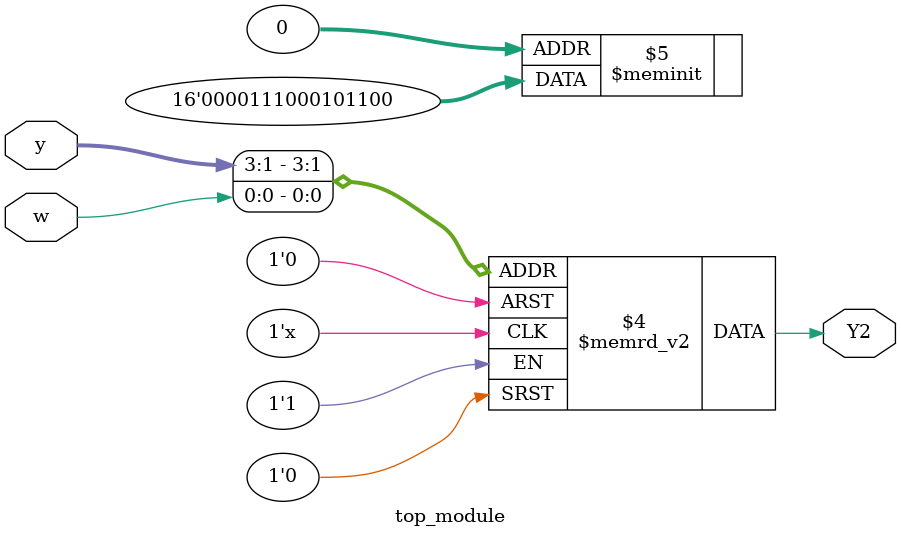
<source format=sv>
module top_module(
  input [3:1] y,
  input w,
  output reg Y2);

  always_comb begin
    case ({y, w})
      4'b0000: Y2 = 1'b0;
      4'b0001: Y2 = 1'b0;
      4'b0010: Y2 = 1'b1;
      4'b0011: Y2 = 1'b1;
      4'b0100: Y2 = 1'b0;
      4'b0101: Y2 = 1'b1;
      4'b0110: Y2 = 1'b0;
      4'b0111: Y2 = 1'b0;
      4'b1000: Y2 = 1'b0;
      4'b1001: Y2 = 1'b1;
      4'b1010: Y2 = 1'b1;
      4'b1011: Y2 = 1'b1;
      default: Y2 = 1'b0;
    endcase
  end

endmodule

</source>
